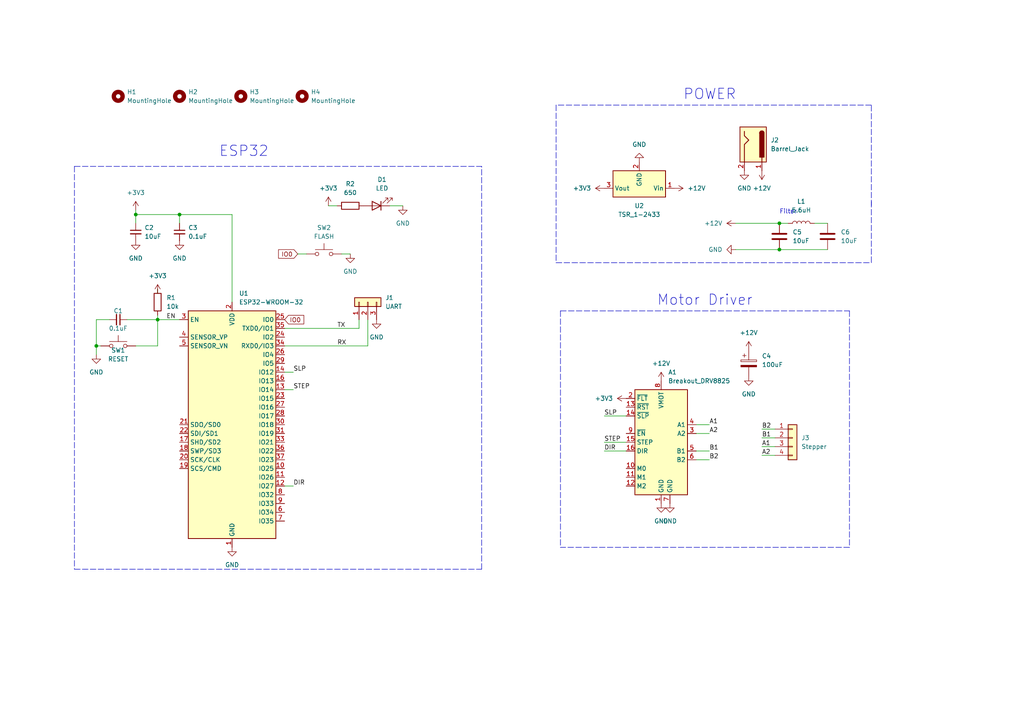
<source format=kicad_sch>
(kicad_sch (version 20211123) (generator eeschema)
  (paper "A4")
  (lib_symbols
    (symbol "Connector:Barrel_Jack" (pin_names (offset 1.016))
      (property "Reference" "J" (at 0 5.334 0))
      (property "Value" "Barrel_Jack" (at 0 -5.08 0))
      (symbol "Barrel_Jack_0_1"
        (rectangle (start -5.08 3.81) (end 5.08 -3.81) (stroke (width 0.254)) (fill (type background)))
        (arc (start -3.302 3.175) (mid -3.937 2.54) (end -3.302 1.905) (stroke (width 0.254)))
        (arc (start -3.302 3.175) (mid -3.937 2.54) (end -3.302 1.905) (stroke (width 0.254)) (fill (type outline)))
        (polyline (pts (xy 5.08 2.54) (xy 3.81 2.54)) (stroke (width 0.254)))
        (polyline (pts (xy -3.81 -2.54) (xy -2.54 -2.54) (xy -1.27 -1.27) (xy 0 -2.54) (xy 2.54 -2.54) (xy 5.08 -2.54)) (stroke (width 0.254)))
        (rectangle (start 3.683 3.175) (end -3.302 1.905) (stroke (width 0.254)) (fill (type outline)))
      )
      (symbol "Barrel_Jack_1_1"
        (pin passive line (at 7.62 2.54 180) (length 2.54) (name "~") (number "1"))
        (pin passive line (at 7.62 -2.54 180) (length 2.54) (name "~") (number "2"))
      )
    )
    (symbol "Connector_Generic:Conn_01x03" (pin_names (offset 1.016) hide)
      (property "Reference" "J" (at 0 5.08 0))
      (property "Value" "Conn_01x03" (at 0 -5.08 0))
      (symbol "Conn_01x03_1_1"
        (rectangle (start -1.27 -2.413) (end 0 -2.667) (stroke (width 0.1524)))
        (rectangle (start -1.27 0.127) (end 0 -0.127) (stroke (width 0.1524)))
        (rectangle (start -1.27 2.667) (end 0 2.413) (stroke (width 0.1524)))
        (rectangle (start -1.27 3.81) (end 1.27 -3.81) (stroke (width 0.254)) (fill (type background)))
        (pin passive line (at -5.08 2.54 0) (length 3.81) (name "Pin_1") (number "1"))
        (pin passive line (at -5.08 0 0) (length 3.81) (name "Pin_2") (number "2"))
        (pin passive line (at -5.08 -2.54 0) (length 3.81) (name "Pin_3") (number "3"))
      )
    )
    (symbol "Connector_Generic:Conn_01x04" (pin_names (offset 1.016) hide)
      (property "Reference" "J" (at 0 5.08 0))
      (property "Value" "Conn_01x04" (at 0 -7.62 0))
      (symbol "Conn_01x04_1_1"
        (rectangle (start -1.27 -4.953) (end 0 -5.207) (stroke (width 0.1524)))
        (rectangle (start -1.27 -2.413) (end 0 -2.667) (stroke (width 0.1524)))
        (rectangle (start -1.27 0.127) (end 0 -0.127) (stroke (width 0.1524)))
        (rectangle (start -1.27 2.667) (end 0 2.413) (stroke (width 0.1524)))
        (rectangle (start -1.27 3.81) (end 1.27 -6.35) (stroke (width 0.254)) (fill (type background)))
        (pin passive line (at -5.08 2.54 0) (length 3.81) (name "Pin_1") (number "1"))
        (pin passive line (at -5.08 0 0) (length 3.81) (name "Pin_2") (number "2"))
        (pin passive line (at -5.08 -2.54 0) (length 3.81) (name "Pin_3") (number "3"))
        (pin passive line (at -5.08 -5.08 0) (length 3.81) (name "Pin_4") (number "4"))
      )
    )
    (symbol "Device:C" (pin_numbers hide) (pin_names (offset 0.254))
      (property "Reference" "C" (at 0.635 2.54 0))
      (property "Value" "C" (at 0.635 -2.54 0))
      (symbol "C_0_1"
        (polyline (pts (xy -2.032 -0.762) (xy 2.032 -0.762)) (stroke (width 0.508)))
        (polyline (pts (xy -2.032 0.762) (xy 2.032 0.762)) (stroke (width 0.508)))
      )
      (symbol "C_1_1"
        (pin passive line (at 0 3.81 270) (length 2.794) (name "~") (number "1"))
        (pin passive line (at 0 -3.81 90) (length 2.794) (name "~") (number "2"))
      )
    )
    (symbol "Device:C_Polarized" (pin_numbers hide) (pin_names (offset 0.254))
      (property "Reference" "C" (at 0.635 2.54 0))
      (property "Value" "C_Polarized" (at 0.635 -2.54 0))
      (symbol "C_Polarized_0_1"
        (rectangle (start -2.286 0.508) (end 2.286 1.016))
        (polyline (pts (xy -1.778 2.286) (xy -0.762 2.286)))
        (polyline (pts (xy -1.27 2.794) (xy -1.27 1.778)))
        (rectangle (start 2.286 -0.508) (end -2.286 -1.016) (fill (type outline)))
      )
      (symbol "C_Polarized_1_1"
        (pin passive line (at 0 3.81 270) (length 2.794) (name "~") (number "1"))
        (pin passive line (at 0 -3.81 90) (length 2.794) (name "~") (number "2"))
      )
    )
    (symbol "Device:C_Small" (pin_numbers hide) (pin_names (offset 0.254) hide)
      (property "Reference" "C" (at 0.254 1.778 0))
      (property "Value" "C_Small" (at 0.254 -2.032 0))
      (symbol "C_Small_0_1"
        (polyline (pts (xy -1.524 -0.508) (xy 1.524 -0.508)) (stroke (width 0.3302)))
        (polyline (pts (xy -1.524 0.508) (xy 1.524 0.508)) (stroke (width 0.3048)))
      )
      (symbol "C_Small_1_1"
        (pin passive line (at 0 2.54 270) (length 2.032) (name "~") (number "1"))
        (pin passive line (at 0 -2.54 90) (length 2.032) (name "~") (number "2"))
      )
    )
    (symbol "Device:L" (pin_numbers hide) (pin_names (offset 1.016) hide)
      (property "Reference" "L" (at -1.27 0 90))
      (property "Value" "L" (at 1.905 0 90))
      (symbol "L_0_1"
        (arc (start 0 -2.54) (mid 0.635 -1.905) (end 0 -1.27))
        (arc (start 0 -1.27) (mid 0.635 -0.635) (end 0 0))
        (arc (start 0 0) (mid 0.635 0.635) (end 0 1.27))
        (arc (start 0 1.27) (mid 0.635 1.905) (end 0 2.54))
      )
      (symbol "L_1_1"
        (pin passive line (at 0 3.81 270) (length 1.27) (name "1") (number "1"))
        (pin passive line (at 0 -3.81 90) (length 1.27) (name "2") (number "2"))
      )
    )
    (symbol "Device:LED" (pin_numbers hide) (pin_names (offset 1.016) hide)
      (property "Reference" "D" (at 0 2.54 0))
      (property "Value" "LED" (at 0 -2.54 0))
      (symbol "LED_0_1"
        (polyline (pts (xy -1.27 -1.27) (xy -1.27 1.27)) (stroke (width 0.254)))
        (polyline (pts (xy -1.27 0) (xy 1.27 0)))
        (polyline (pts (xy 1.27 -1.27) (xy 1.27 1.27) (xy -1.27 0) (xy 1.27 -1.27)) (stroke (width 0.254)))
        (polyline (pts (xy -3.048 -0.762) (xy -4.572 -2.286) (xy -3.81 -2.286) (xy -4.572 -2.286) (xy -4.572 -1.524)))
        (polyline (pts (xy -1.778 -0.762) (xy -3.302 -2.286) (xy -2.54 -2.286) (xy -3.302 -2.286) (xy -3.302 -1.524)))
      )
      (symbol "LED_1_1"
        (pin passive line (at -3.81 0 0) (length 2.54) (name "K") (number "1"))
        (pin passive line (at 3.81 0 180) (length 2.54) (name "A") (number "2"))
      )
    )
    (symbol "Device:R" (pin_numbers hide) (pin_names (offset 0))
      (property "Reference" "R" (at 2.032 0 90))
      (property "Value" "R" (at 0 0 90))
      (symbol "R_0_1"
        (rectangle (start -1.016 -2.54) (end 1.016 2.54) (stroke (width 0.254)))
      )
      (symbol "R_1_1"
        (pin passive line (at 0 3.81 270) (length 1.27) (name "~") (number "1"))
        (pin passive line (at 0 -3.81 90) (length 1.27) (name "~") (number "2"))
      )
    )
    (symbol "Driver_Motor:Pololu_Breakout_DRV8825"
      (property "Reference" "A" (at -2.54 16.51 0))
      (property "Value" "Pololu_Breakout_DRV8825" (at -2.54 13.97 0))
      (symbol "Pololu_Breakout_DRV8825_0_1"
        (rectangle (start 7.62 -17.78) (end -7.62 12.7) (stroke (width 0.254)) (fill (type background)))
      )
      (symbol "Pololu_Breakout_DRV8825_1_1"
        (pin power_in line (at 0 -20.32 90) (length 2.54) (name "GND") (number "1"))
        (pin input line (at -10.16 -10.16 0) (length 2.54) (name "M0") (number "10"))
        (pin input line (at -10.16 -12.7 0) (length 2.54) (name "M1") (number "11"))
        (pin input line (at -10.16 -15.24 0) (length 2.54) (name "M2") (number "12"))
        (pin input line (at -10.16 7.62 0) (length 2.54) (name "~{RST}") (number "13"))
        (pin input line (at -10.16 5.08 0) (length 2.54) (name "~{SLP}") (number "14"))
        (pin input line (at -10.16 -2.54 0) (length 2.54) (name "STEP") (number "15"))
        (pin input line (at -10.16 -5.08 0) (length 2.54) (name "DIR") (number "16"))
        (pin output line (at -10.16 10.16 0) (length 2.54) (name "~{FLT}") (number "2"))
        (pin output line (at 10.16 0 180) (length 2.54) (name "A2") (number "3"))
        (pin output line (at 10.16 2.54 180) (length 2.54) (name "A1") (number "4"))
        (pin output line (at 10.16 -5.08 180) (length 2.54) (name "B1") (number "5"))
        (pin output line (at 10.16 -7.62 180) (length 2.54) (name "B2") (number "6"))
        (pin power_in line (at 2.54 -20.32 90) (length 2.54) (name "GND") (number "7"))
        (pin power_in line (at 0 15.24 270) (length 2.54) (name "VMOT") (number "8"))
        (pin input line (at -10.16 0 0) (length 2.54) (name "~{EN}") (number "9"))
      )
    )
    (symbol "Mechanical:MountingHole" (pin_names (offset 1.016))
      (property "Reference" "H" (at 0 5.08 0))
      (property "Value" "MountingHole" (at 0 3.175 0))
      (symbol "MountingHole_0_1"
        (circle (center 0 0) (radius 1.27) (stroke (width 1.27)))
      )
    )
    (symbol "RF_Module:ESP32-WROOM-32"
      (property "Reference" "U" (at -12.7 34.29 0))
      (property "Value" "ESP32-WROOM-32" (at 1.27 34.29 0))
      (symbol "ESP32-WROOM-32_0_1"
        (rectangle (start -12.7 33.02) (end 12.7 -33.02) (stroke (width 0.254)) (fill (type background)))
      )
      (symbol "ESP32-WROOM-32_1_1"
        (pin power_in line (at 0 -35.56 90) (length 2.54) (name "GND") (number "1"))
        (pin bidirectional line (at 15.24 -12.7 180) (length 2.54) (name "IO25") (number "10"))
        (pin bidirectional line (at 15.24 -15.24 180) (length 2.54) (name "IO26") (number "11"))
        (pin bidirectional line (at 15.24 -17.78 180) (length 2.54) (name "IO27") (number "12"))
        (pin bidirectional line (at 15.24 10.16 180) (length 2.54) (name "IO14") (number "13"))
        (pin bidirectional line (at 15.24 15.24 180) (length 2.54) (name "IO12") (number "14"))
        (pin passive line (at 0 -35.56 90) (length 2.54) hide (name "GND") (number "15"))
        (pin bidirectional line (at 15.24 12.7 180) (length 2.54) (name "IO13") (number "16"))
        (pin bidirectional line (at -15.24 -5.08 0) (length 2.54) (name "SHD/SD2") (number "17"))
        (pin bidirectional line (at -15.24 -7.62 0) (length 2.54) (name "SWP/SD3") (number "18"))
        (pin bidirectional line (at -15.24 -12.7 0) (length 2.54) (name "SCS/CMD") (number "19"))
        (pin power_in line (at 0 35.56 270) (length 2.54) (name "VDD") (number "2"))
        (pin bidirectional line (at -15.24 -10.16 0) (length 2.54) (name "SCK/CLK") (number "20"))
        (pin bidirectional line (at -15.24 0 0) (length 2.54) (name "SDO/SD0") (number "21"))
        (pin bidirectional line (at -15.24 -2.54 0) (length 2.54) (name "SDI/SD1") (number "22"))
        (pin bidirectional line (at 15.24 7.62 180) (length 2.54) (name "IO15") (number "23"))
        (pin bidirectional line (at 15.24 25.4 180) (length 2.54) (name "IO2") (number "24"))
        (pin bidirectional line (at 15.24 30.48 180) (length 2.54) (name "IO0") (number "25"))
        (pin bidirectional line (at 15.24 20.32 180) (length 2.54) (name "IO4") (number "26"))
        (pin bidirectional line (at 15.24 5.08 180) (length 2.54) (name "IO16") (number "27"))
        (pin bidirectional line (at 15.24 2.54 180) (length 2.54) (name "IO17") (number "28"))
        (pin bidirectional line (at 15.24 17.78 180) (length 2.54) (name "IO5") (number "29"))
        (pin input line (at -15.24 30.48 0) (length 2.54) (name "EN") (number "3"))
        (pin bidirectional line (at 15.24 0 180) (length 2.54) (name "IO18") (number "30"))
        (pin bidirectional line (at 15.24 -2.54 180) (length 2.54) (name "IO19") (number "31"))
        (pin no_connect line (at -12.7 -27.94 0) (length 2.54) hide (name "NC") (number "32"))
        (pin bidirectional line (at 15.24 -5.08 180) (length 2.54) (name "IO21") (number "33"))
        (pin bidirectional line (at 15.24 22.86 180) (length 2.54) (name "RXD0/IO3") (number "34"))
        (pin bidirectional line (at 15.24 27.94 180) (length 2.54) (name "TXD0/IO1") (number "35"))
        (pin bidirectional line (at 15.24 -7.62 180) (length 2.54) (name "IO22") (number "36"))
        (pin bidirectional line (at 15.24 -10.16 180) (length 2.54) (name "IO23") (number "37"))
        (pin passive line (at 0 -35.56 90) (length 2.54) hide (name "GND") (number "38"))
        (pin passive line (at 0 -35.56 90) (length 2.54) hide (name "GND") (number "39"))
        (pin input line (at -15.24 25.4 0) (length 2.54) (name "SENSOR_VP") (number "4"))
        (pin input line (at -15.24 22.86 0) (length 2.54) (name "SENSOR_VN") (number "5"))
        (pin input line (at 15.24 -25.4 180) (length 2.54) (name "IO34") (number "6"))
        (pin input line (at 15.24 -27.94 180) (length 2.54) (name "IO35") (number "7"))
        (pin bidirectional line (at 15.24 -20.32 180) (length 2.54) (name "IO32") (number "8"))
        (pin bidirectional line (at 15.24 -22.86 180) (length 2.54) (name "IO33") (number "9"))
      )
    )
    (symbol "Regulator_Switching:TSR_1-2433"
      (property "Reference" "U" (at -7.62 6.35 0))
      (property "Value" "TSR_1-2433" (at -1.27 6.35 0))
      (symbol "TSR_1-2433_0_1"
        (rectangle (start -7.62 5.08) (end 7.62 -2.54) (stroke (width 0.254)) (fill (type background)))
      )
      (symbol "TSR_1-2433_1_1"
        (pin power_in line (at -10.16 2.54 0) (length 2.54) (name "Vin") (number "1"))
        (pin power_in line (at 0 -5.08 90) (length 2.54) (name "GND") (number "2"))
        (pin power_out line (at 10.16 2.54 180) (length 2.54) (name "Vout") (number "3"))
      )
    )
    (symbol "Switch:SW_Push" (pin_numbers hide) (pin_names (offset 1.016) hide)
      (property "Reference" "SW" (at 1.27 2.54 0))
      (property "Value" "SW_Push" (at 0 -1.524 0))
      (symbol "SW_Push_0_1"
        (circle (center -2.032 0) (radius 0.508))
        (polyline (pts (xy 0 1.27) (xy 0 3.048)))
        (polyline (pts (xy 2.54 1.27) (xy -2.54 1.27)))
        (circle (center 2.032 0) (radius 0.508))
        (pin passive line (at -5.08 0 0) (length 2.54) (name "1") (number "1"))
        (pin passive line (at 5.08 0 180) (length 2.54) (name "2") (number "2"))
      )
    )
    (symbol "power:+12V" (power) (pin_names (offset 0))
      (property "Value" "+12V" (at 0 3.556 0))
      (symbol "+12V_0_1"
        (polyline (pts (xy -0.762 1.27) (xy 0 2.54)))
        (polyline (pts (xy 0 0) (xy 0 2.54)))
        (polyline (pts (xy 0 2.54) (xy 0.762 1.27)))
      )
      (symbol "+12V_1_1"
        (pin power_in line (at 0 0 90) (length 0) hide (name "+12V") (number "1"))
      )
    )
    (symbol "power:+3.3V" (power) (pin_names (offset 0))
      (property "Value" "+3.3V" (at 0 3.556 0))
      (symbol "+3.3V_0_1"
        (polyline (pts (xy -0.762 1.27) (xy 0 2.54)))
        (polyline (pts (xy 0 0) (xy 0 2.54)))
        (polyline (pts (xy 0 2.54) (xy 0.762 1.27)))
      )
      (symbol "+3.3V_1_1"
        (pin power_in line (at 0 0 90) (length 0) hide (name "+3V3") (number "1"))
      )
    )
    (symbol "power:GND" (power) (pin_names (offset 0))
      (property "Value" "GND" (at 0 -3.81 0))
      (symbol "GND_0_1"
        (polyline (pts (xy 0 0) (xy 0 -1.27) (xy 1.27 -1.27) (xy 0 -2.54) (xy -1.27 -1.27) (xy 0 -1.27)))
      )
      (symbol "GND_1_1"
        (pin power_in line (at 0 0 270) (length 0) hide (name "GND") (number "1"))
      )
    )
  )
  (junction (at 52.07 62.23))
  (junction (at 226.06 72.39))
  (junction (at 39.37 62.23))
  (junction (at 45.72 92.71))
  (junction (at 226.06 64.77))
  (junction (at 27.94 100.33))
  (polyline (pts (xy 246.38 158.75) (xy 162.56 158.75)))
  (wire (pts (xy 82.55 140.97) (xy 85.09 140.97)))
  (wire (pts (xy 86.36 73.66) (xy 88.9 73.66)))
  (wire (pts (xy 39.37 62.23) (xy 39.37 60.96)))
  (polyline (pts (xy 139.7 165.1) (xy 139.7 48.26)))
  (wire (pts (xy 205.74 130.81) (xy 201.93 130.81)))
  (wire (pts (xy 113.03 59.69) (xy 116.84 59.69)))
  (wire (pts (xy 95.25 59.69) (xy 97.79 59.69)))
  (wire (pts (xy 39.37 100.33) (xy 45.72 100.33)))
  (wire (pts (xy 82.55 113.03) (xy 85.09 113.03)))
  (wire (pts (xy 236.22 64.77) (xy 240.03 64.77)))
  (wire (pts (xy 52.07 62.23) (xy 67.31 62.23)))
  (wire (pts (xy 220.98 129.54) (xy 224.79 129.54)))
  (wire (pts (xy 82.55 100.33) (xy 106.68 100.33)))
  (wire (pts (xy 226.06 72.39) (xy 240.03 72.39)))
  (polyline (pts (xy 252.73 58.42) (xy 252.73 76.2)))
  (wire (pts (xy 106.68 92.71) (xy 106.68 100.33)))
  (wire (pts (xy 175.26 130.81) (xy 181.61 130.81)))
  (polyline (pts (xy 162.56 90.17) (xy 162.56 158.75)))
  (polyline (pts (xy 246.38 90.17) (xy 246.38 158.75)))
  (wire (pts (xy 39.37 62.23) (xy 52.07 62.23)))
  (wire (pts (xy 175.26 128.27) (xy 181.61 128.27)))
  (wire (pts (xy 45.72 92.71) (xy 45.72 100.33)))
  (polyline (pts (xy 161.29 30.48) (xy 161.29 76.2)))
  (wire (pts (xy 39.37 64.77) (xy 39.37 62.23)))
  (wire (pts (xy 213.36 64.77) (xy 226.06 64.77)))
  (wire (pts (xy 27.94 100.33) (xy 27.94 102.87)))
  (polyline (pts (xy 21.59 48.26) (xy 21.59 165.1)))
  (wire (pts (xy 99.06 73.66) (xy 101.6 73.66)))
  (wire (pts (xy 27.94 92.71) (xy 31.75 92.71)))
  (polyline (pts (xy 252.73 30.48) (xy 161.29 30.48)))
  (wire (pts (xy 213.36 72.39) (xy 226.06 72.39)))
  (wire (pts (xy 36.83 92.71) (xy 45.72 92.71)))
  (wire (pts (xy 220.98 127) (xy 224.79 127)))
  (wire (pts (xy 205.74 123.19) (xy 201.93 123.19)))
  (wire (pts (xy 104.14 92.71) (xy 104.14 95.25)))
  (wire (pts (xy 67.31 62.23) (xy 67.31 87.63)))
  (wire (pts (xy 228.6 64.77) (xy 226.06 64.77)))
  (polyline (pts (xy 162.56 90.17) (xy 246.38 90.17)))
  (wire (pts (xy 82.55 107.95) (xy 85.09 107.95)))
  (polyline (pts (xy 252.73 59.69) (xy 252.73 30.48)))
  (polyline (pts (xy 21.59 48.26) (xy 139.7 48.26)))
  (wire (pts (xy 220.98 124.46) (xy 224.79 124.46)))
  (wire (pts (xy 45.72 92.71) (xy 52.07 92.71)))
  (wire (pts (xy 45.72 91.44) (xy 45.72 92.71)))
  (wire (pts (xy 27.94 100.33) (xy 29.21 100.33)))
  (wire (pts (xy 205.74 125.73) (xy 201.93 125.73)))
  (wire (pts (xy 104.14 95.25) (xy 82.55 95.25)))
  (wire (pts (xy 220.98 132.08) (xy 224.79 132.08)))
  (polyline (pts (xy 21.59 165.1) (xy 139.7 165.1)))
  (wire (pts (xy 45.72 85.09) (xy 45.72 83.82)))
  (polyline (pts (xy 161.29 76.2) (xy 252.73 76.2)))
  (wire (pts (xy 175.26 120.65) (xy 181.61 120.65)))
  (wire (pts (xy 205.74 133.35) (xy 201.93 133.35)))
  (wire (pts (xy 52.07 62.23) (xy 52.07 64.77)))
  (wire (pts (xy 27.94 92.71) (xy 27.94 100.33)))
  (text "POWER\n" (at 198.12 29.21 0) (effects (font (size 3 3)) (justify left bottom)))
  (text "Filter\n" (at 226.06 62.23 0) (effects (font (size 1.27 1.27)) (justify left bottom)))
  (text "ESP32" (at 63.5 45.72 0) (effects (font (size 3 3)) (justify left bottom)))
  (text "Motor Driver" (at 190.5 88.9 0) (effects (font (size 3 3)) (justify left bottom)))
  (label "B2" (at 220.98 124.46 0))
  (label "DIR" (at 85.09 140.97 0))
  (label "A1" (at 220.98 129.54 0))
  (label "SLP" (at 85.09 107.95 0))
  (label "EN" (at 48.26 92.71 0))
  (label "TX" (at 97.79 95.25 0))
  (label "STEP" (at 85.09 113.03 0))
  (label "A1" (at 205.74 123.19 0))
  (label "B2" (at 205.74 133.35 0))
  (label "B1" (at 220.98 127 0))
  (label "DIR" (at 175.26 130.81 0))
  (label "A2" (at 205.74 125.73 0))
  (label "A2" (at 220.98 132.08 0))
  (label "B1" (at 205.74 130.81 0))
  (label "SLP" (at 175.26 120.65 0))
  (label "STEP" (at 175.26 128.27 0))
  (label "RX" (at 97.79 100.33 0))
  (global_label "IO0" (shape input) (at 86.36 73.66 180) (property "Intersheet References" "${INTERSHEET_REFS}" (effects hide)))
  (global_label "IO0" (shape input) (at 82.55 92.71 0) (property "Intersheet References" "${INTERSHEET_REFS}" (effects hide)))
  (symbol (lib_id "Mechanical:MountingHole") (at 52.07 27.94 0) (unit 1)
    (property "Reference" "H2" (at 54.61 26.6699 0) (effects (justify left)))
    (property "Value" "MountingHole" (at 54.61 29.2099 0) (effects (justify left)))
    (property "Footprint" "MountingHole:MountingHole_3.2mm_M3_DIN965_Pad" (effects hide))
  )
  (symbol (lib_id "power:GND") (at 213.36 72.39 270) (unit 1)
    (property "Reference" "#PWR016" (effects hide))
    (property "Value" "GND" (at 209.55 72.3899 90) (effects (justify right)))
  )
  (symbol (lib_id "power:GND") (at 215.9 49.53 0) (unit 1)
    (property "Reference" "#PWR017" (effects hide))
    (property "Value" "GND" (at 215.9 54.61 0))
  )
  (symbol (lib_id "power:+12V") (at 195.58 54.61 270) (unit 1)
    (property "Reference" "#PWR014" (effects hide))
    (property "Value" "+12V" (at 199.39 54.6099 90) (effects (justify left)))
  )
  (symbol (lib_id "Device:LED") (at 109.22 59.69 180) (unit 1)
    (property "Reference" "D1" (at 110.8075 52.07 0))
    (property "Value" "LED" (at 110.8075 54.61 0))
    (property "Footprint" "LED_SMD:LED_1206_3216Metric_Pad1.42x1.75mm_HandSolder" (effects hide))
  )
  (symbol (lib_id "Device:C") (at 240.03 68.58 0) (unit 1)
    (property "Reference" "C6" (at 243.84 67.3099 0) (effects (justify left)))
    (property "Value" "10uF" (at 243.84 69.8499 0) (effects (justify left)))
    (property "Footprint" "Capacitor_SMD:C_1206_3216Metric_Pad1.33x1.80mm_HandSolder" (effects hide))
  )
  (symbol (lib_id "Mechanical:MountingHole") (at 34.29 27.94 0) (unit 1)
    (property "Reference" "H1" (at 36.83 26.6699 0) (effects (justify left)))
    (property "Value" "MountingHole" (at 36.83 29.2099 0) (effects (justify left)))
    (property "Footprint" "MountingHole:MountingHole_3.2mm_M3_DIN965_Pad" (effects hide))
  )
  (symbol (lib_id "power:GND") (at 101.6 73.66 0) (unit 1)
    (property "Reference" "#PWR021" (effects hide))
    (property "Value" "GND" (at 101.6 78.74 0))
  )
  (symbol (lib_id "Device:C") (at 226.06 68.58 0) (unit 1)
    (property "Reference" "C5" (at 229.87 67.3099 0) (effects (justify left)))
    (property "Value" "10uF" (at 229.87 69.8499 0) (effects (justify left)))
    (property "Footprint" "Capacitor_SMD:C_1206_3216Metric_Pad1.33x1.80mm_HandSolder" (effects hide))
  )
  (symbol (lib_id "power:+12V") (at 220.98 49.53 180) (unit 1)
    (property "Reference" "#PWR020" (effects hide))
    (property "Value" "+12V" (at 220.98 54.61 0))
  )
  (symbol (lib_id "Device:C_Small") (at 34.29 92.71 270) (unit 1)
    (property "Reference" "C1" (at 34.29 90.17 90))
    (property "Value" "0.1uF" (at 34.29 95.25 90))
    (property "Footprint" "Capacitor_SMD:C_1206_3216Metric_Pad1.33x1.80mm_HandSolder" (effects hide))
  )
  (symbol (lib_id "Device:R") (at 101.6 59.69 90) (unit 1)
    (property "Reference" "R2" (at 101.6 53.34 90))
    (property "Value" "650" (at 101.6 55.88 90))
    (property "Footprint" "Resistor_SMD:R_1206_3216Metric_Pad1.30x1.75mm_HandSolder" (effects hide))
  )
  (symbol (lib_id "Device:R") (at 45.72 87.63 0) (unit 1)
    (property "Reference" "R1" (at 48.26 86.3599 0) (effects (justify left)))
    (property "Value" "10k " (at 48.26 88.8999 0) (effects (justify left)))
    (property "Footprint" "Resistor_SMD:R_1206_3216Metric_Pad1.30x1.75mm_HandSolder" (effects hide))
  )
  (symbol (lib_id "Device:L") (at 232.41 64.77 90) (unit 1)
    (property "Reference" "L1" (at 232.41 58.42 90))
    (property "Value" "5.6uH" (at 232.41 60.96 90))
    (property "Footprint" "Inductor_SMD:L_1206_3216Metric_Pad1.22x1.90mm_HandSolder" (effects hide))
  )
  (symbol (lib_id "RF_Module:ESP32-WROOM-32") (at 67.31 123.19 0) (unit 1)
    (property "Reference" "U1" (at 69.3294 85.09 0) (effects (justify left)))
    (property "Value" "ESP32-WROOM-32" (at 69.3294 87.63 0) (effects (justify left)))
    (property "Footprint" "RF_Module:ESP32-WROOM-32" (effects hide))
    (property "Datasheet" "https://www.espressif.com/sites/default/files/documentation/esp32-wroom-32_datasheet_en.pdf" (effects hide))
  )
  (symbol (lib_id "Switch:SW_Push") (at 34.29 100.33 0) (mirror y) (unit 1)
    (property "Reference" "SW1" (at 34.29 101.6 0))
    (property "Value" "RESET" (at 34.29 104.14 0))
    (property "Footprint" "buttons:PTS636SK43LFS" (effects hide))
  )
  (symbol (lib_id "Mechanical:MountingHole") (at 69.85 27.94 0) (unit 1)
    (property "Reference" "H3" (at 72.39 26.6699 0) (effects (justify left)))
    (property "Value" "MountingHole" (at 72.39 29.2099 0) (effects (justify left)))
    (property "Footprint" "MountingHole:MountingHole_3.2mm_M3_DIN965_Pad" (effects hide))
  )
  (symbol (lib_id "power:+3.3V") (at 95.25 59.69 0) (unit 1)
    (property "Reference" "#PWR022" (effects hide))
    (property "Value" "+3.3V" (at 95.25 54.61 0))
  )
  (symbol (lib_id "power:GND") (at 109.22 92.71 0) (unit 1)
    (property "Reference" "#PWR07" (effects hide))
    (property "Value" "GND" (at 109.22 97.79 0))
  )
  (symbol (lib_id "power:GND") (at 217.17 109.22 0) (unit 1)
    (property "Reference" "#PWR019" (effects hide))
    (property "Value" "GND" (at 217.17 114.3 0))
  )
  (symbol (lib_id "power:+3.3V") (at 39.37 60.96 0) (unit 1)
    (property "Reference" "#PWR02" (effects hide))
    (property "Value" "+3.3V" (at 39.37 55.88 0))
  )
  (symbol (lib_id "power:GND") (at 194.31 146.05 0) (unit 1)
    (property "Reference" "#PWR013" (effects hide))
    (property "Value" "GND" (at 194.31 151.13 0))
  )
  (symbol (lib_id "Device:C_Small") (at 52.07 67.31 0) (unit 1)
    (property "Reference" "C3" (at 54.61 66.0462 0) (effects (justify left)))
    (property "Value" "0.1uF" (at 54.61 68.5862 0) (effects (justify left)))
    (property "Footprint" "Capacitor_SMD:C_1206_3216Metric_Pad1.33x1.80mm_HandSolder" (effects hide))
  )
  (symbol (lib_id "power:GND") (at 52.07 69.85 0) (unit 1)
    (property "Reference" "#PWR05" (effects hide))
    (property "Value" "GND" (at 52.07 74.93 0))
  )
  (symbol (lib_id "power:+12V") (at 217.17 101.6 0) (unit 1)
    (property "Reference" "#PWR018" (effects hide))
    (property "Value" "+12V" (at 217.17 96.52 0))
  )
  (symbol (lib_id "power:GND") (at 185.42 46.99 180) (unit 1)
    (property "Reference" "#PWR010" (effects hide))
    (property "Value" "GND" (at 185.42 41.91 0))
  )
  (symbol (lib_id "Regulator_Switching:TSR_1-2433") (at 185.42 52.07 180) (unit 1)
    (property "Reference" "U2" (at 185.42 59.69 0))
    (property "Value" "TSR_1-2433" (at 185.42 62.23 0))
    (property "Footprint" "Converter_DCDC:Converter_DCDC_TRACO_TSR-1_THT" (effects hide))
    (property "Datasheet" "http://www.tracopower.com/products/tsr1.pdf" (effects hide))
  )
  (symbol (lib_id "power:+3.3V") (at 175.26 54.61 90) (unit 1)
    (property "Reference" "#PWR08" (effects hide))
    (property "Value" "+3.3V" (at 171.45 54.6099 90) (effects (justify left)))
  )
  (symbol (lib_id "Driver_Motor:Pololu_Breakout_DRV8825") (at 191.77 125.73 0) (unit 1)
    (property "Reference" "A1" (at 193.7894 107.95 0) (effects (justify left)))
    (property "Value" "Breakout_DRV8825" (at 193.7894 110.49 0) (effects (justify left)))
    (property "Footprint" "Module:Pololu_Breakout-16_15.2x20.3mm" (effects hide))
    (property "Datasheet" "https://www.pololu.com/product/2982" (effects hide))
  )
  (symbol (lib_id "power:+12V") (at 191.77 110.49 0) (unit 1)
    (property "Reference" "#PWR011" (effects hide))
    (property "Value" "+12V" (at 191.77 105.41 0))
  )
  (symbol (lib_id "Mechanical:MountingHole") (at 87.63 27.94 0) (unit 1)
    (property "Reference" "H4" (at 90.17 26.6699 0) (effects (justify left)))
    (property "Value" "MountingHole" (at 90.17 29.2099 0) (effects (justify left)))
    (property "Footprint" "MountingHole:MountingHole_3.2mm_M3_DIN965_Pad" (effects hide))
  )
  (symbol (lib_id "power:GND") (at 27.94 102.87 0) (unit 1)
    (property "Reference" "#PWR01" (effects hide))
    (property "Value" "GND" (at 27.94 107.95 0))
  )
  (symbol (lib_id "Device:C_Polarized") (at 217.17 105.41 0) (unit 1)
    (property "Reference" "C4" (at 220.98 103.2509 0) (effects (justify left)))
    (property "Value" "100uF" (at 220.98 105.7909 0) (effects (justify left)))
    (property "Footprint" "Capacitor_THT:CP_Radial_D5.0mm_P2.50mm" (effects hide))
  )
  (symbol (lib_id "power:GND") (at 191.77 146.05 0) (unit 1)
    (property "Reference" "#PWR012" (effects hide))
    (property "Value" "GND" (at 191.77 151.13 0))
  )
  (symbol (lib_id "Device:C_Small") (at 39.37 67.31 0) (unit 1)
    (property "Reference" "C2" (at 41.91 66.0462 0) (effects (justify left)))
    (property "Value" "10uF" (at 41.91 68.5862 0) (effects (justify left)))
    (property "Footprint" "Capacitor_SMD:C_1206_3216Metric_Pad1.33x1.80mm_HandSolder" (effects hide))
  )
  (symbol (lib_id "Connector_Generic:Conn_01x04") (at 229.87 127 0) (unit 1)
    (property "Reference" "J3" (at 232.41 126.9999 0) (effects (justify left)))
    (property "Value" "Stepper" (at 232.41 129.5399 0) (effects (justify left)))
    (property "Footprint" "Connector_PinHeader_2.54mm:PinHeader_1x04_P2.54mm_Horizontal" (effects hide))
  )
  (symbol (lib_id "power:GND") (at 39.37 69.85 0) (unit 1)
    (property "Reference" "#PWR03" (effects hide))
    (property "Value" "GND" (at 39.37 74.93 0))
  )
  (symbol (lib_id "power:+3.3V") (at 45.72 85.09 0) (unit 1)
    (property "Reference" "#PWR04" (effects hide))
    (property "Value" "+3.3V" (at 45.72 80.01 0))
  )
  (symbol (lib_id "power:GND") (at 67.31 158.75 0) (unit 1)
    (property "Reference" "#PWR06" (effects hide))
    (property "Value" "GND" (at 67.31 163.83 0))
  )
  (symbol (lib_id "Switch:SW_Push") (at 93.98 73.66 0) (unit 1)
    (property "Reference" "SW2" (at 93.98 66.04 0))
    (property "Value" "FLASH" (at 93.98 68.58 0))
    (property "Footprint" "buttons:PTS636SK43LFS" (effects hide))
  )
  (symbol (lib_id "Connector:Barrel_Jack") (at 218.44 41.91 270) (unit 1)
    (property "Reference" "J2" (at 223.52 40.6399 90) (effects (justify left)))
    (property "Value" "Barrel_Jack" (at 223.52 43.1799 90) (effects (justify left)))
    (property "Footprint" "Connector_BarrelJack:BarrelJack_CUI_PJ-063AH_Horizontal" (effects hide))
  )
  (symbol (lib_id "power:GND") (at 116.84 59.69 0) (unit 1)
    (property "Reference" "#PWR023" (effects hide))
    (property "Value" "GND" (at 116.84 64.77 0))
  )
  (symbol (lib_id "power:+3.3V") (at 181.61 115.57 90) (unit 1)
    (property "Reference" "#PWR09" (effects hide))
    (property "Value" "+3.3V" (at 177.8 115.5699 90) (effects (justify left)))
  )
  (symbol (lib_id "Connector_Generic:Conn_01x03") (at 106.68 87.63 90) (unit 1)
    (property "Reference" "J1" (at 111.76 86.3599 90) (effects (justify right)))
    (property "Value" "UART" (at 111.76 88.8999 90) (effects (justify right)))
    (property "Footprint" "Connector_PinHeader_2.54mm:PinHeader_1x03_P2.54mm_Vertical" (effects hide))
  )
  (symbol (lib_id "power:+12V") (at 213.36 64.77 90) (unit 1)
    (property "Reference" "#PWR015" (effects hide))
    (property "Value" "+12V" (at 209.55 64.7699 90) (effects (justify left)))
  )
)
</source>
